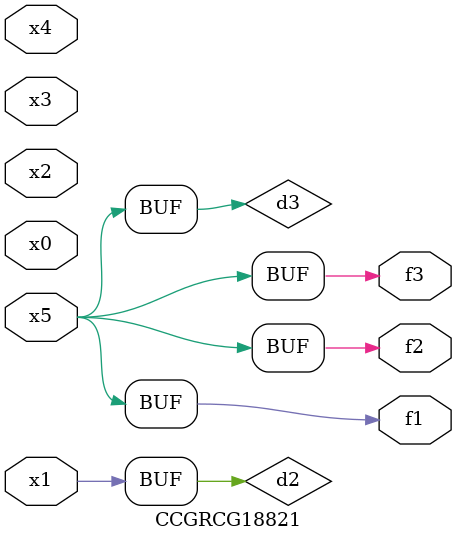
<source format=v>
module CCGRCG18821(
	input x0, x1, x2, x3, x4, x5,
	output f1, f2, f3
);

	wire d1, d2, d3;

	not (d1, x5);
	or (d2, x1);
	xnor (d3, d1);
	assign f1 = d3;
	assign f2 = d3;
	assign f3 = d3;
endmodule

</source>
